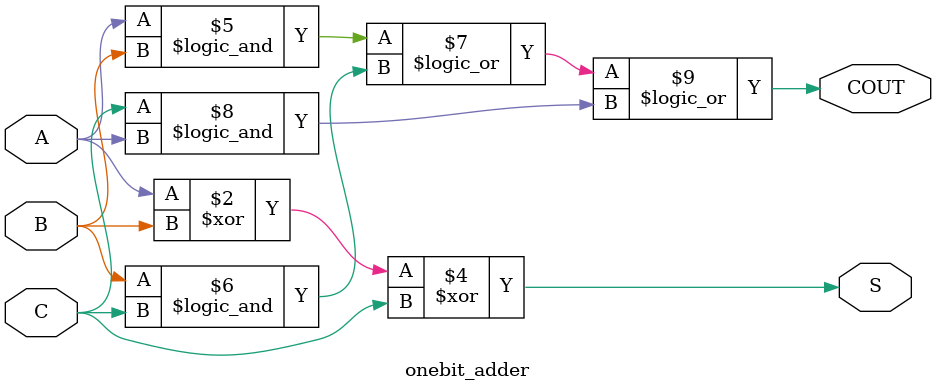
<source format=sv>
`timescale 1ns / 1ps
module onebit_adder (
  input  logic A, B, C,
  output logic COUT, S
);

  assign S = A ^^ B ^^ C;
  assign COUT = (A && B) || (B && C) || (C && A);

endmodule
</source>
